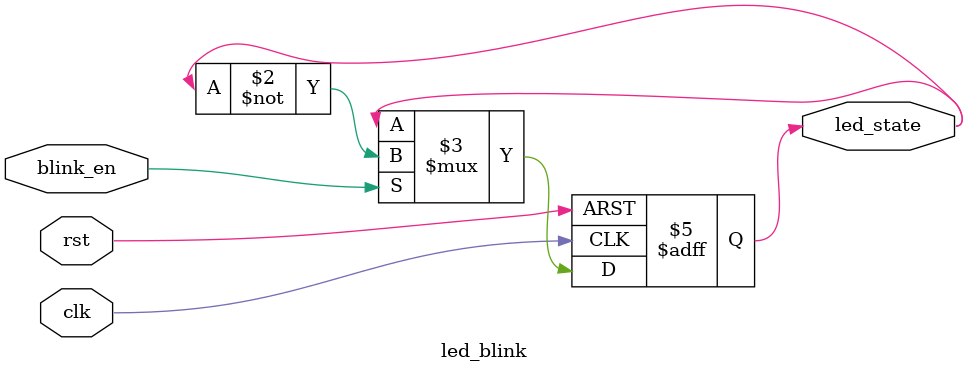
<source format=sv>
`timescale 1ns / 1ps


//Top component that defines the inputs and a single output
module led_blink (
    input logic clk,
    input logic rst,
    input logic blink_en,
    output logic led_state
    );
    //Similar to the timer, but flips the led state between on and off
    always_ff @(posedge(clk), posedge(rst)) begin
        if(rst)
            led_state <= 1'b0; 
        else if(blink_en)
            led_state <= ~led_state;
    end
    
endmodule

/*module led_blink(
    input logic clk,
    input logic rst,
    input logic [3:0] select_led,
    output logic [3:0] led_on
    );
    
    logic blink_en;
    logic [3:0] current_led;
    
    blink_timer #(.N(2)) define_speed(
        .clk(clk),
        .rst(rst),
        .en(blink_en)
        );
    
    always_ff @(posedge(clk), posedge(rst)) begin
        if(rst)
            current_led <= 4'b0000;
        else if(blink_en)
            current_led[0] <= ~select_led[0];
    end
    
    assign led_on = current_led;    
            
endmodule*/

</source>
